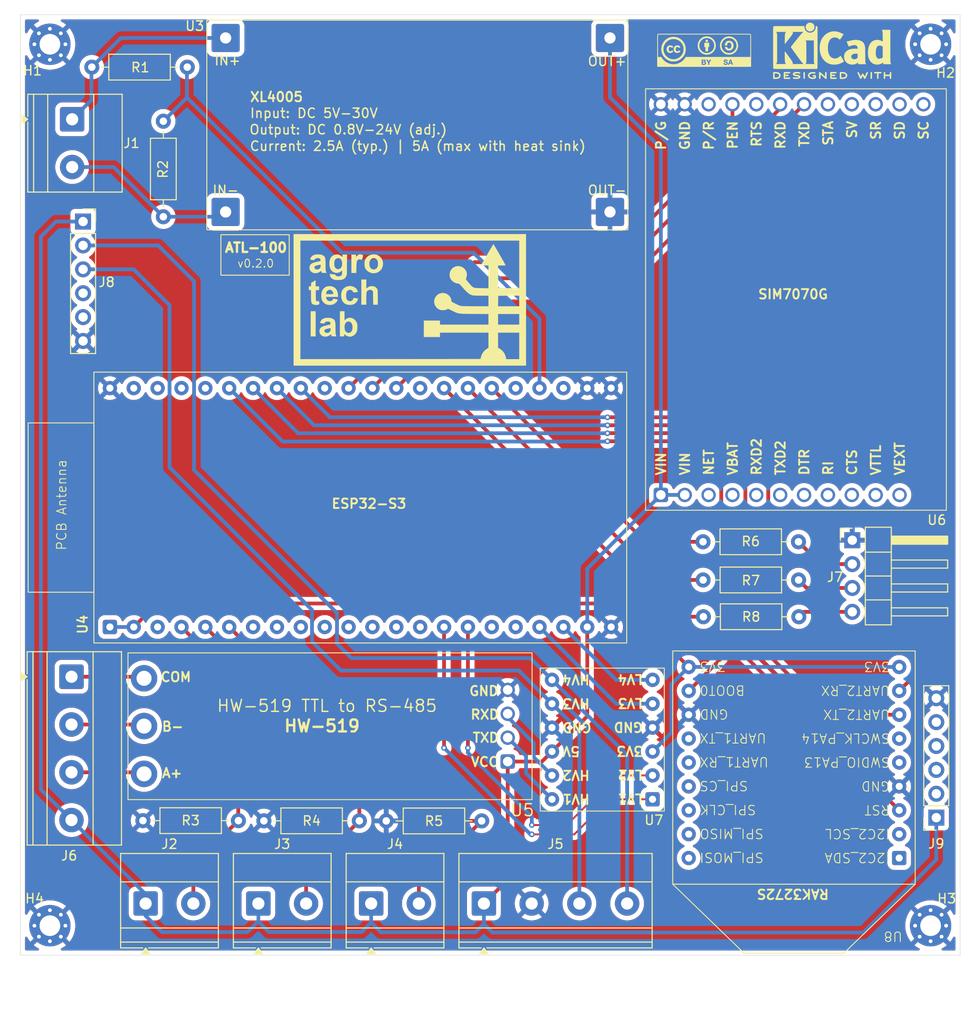
<source format=kicad_pcb>
(kicad_pcb (version 20241229) (generator "pcbnew") (generator_version "9.0")
  (title_block (title "ATL-100 (Multiparametric Station)") (date "2025-06-05") (rev "v0.2.0") (company "AgroTechLab (Agribusiness Technology Development Laboratory)") (comment 1 "IFSC (Federal Institute of Santa Catarina)") (comment 2 "Author: Robson Costa (robson.costa@ifsc.edu.br)") (comment 3 "Licensed under CC-BY-SA 4.0") (comment 4 "Main Board"))
  (layers (0 "F.Cu" signal) (2 "B.Cu" signal) (13 "F.Paste" user) (15 "B.Paste" user) (5 "F.SilkS" user "F.Silkscreen") (7 "B.SilkS" user "B.Silkscreen") (1 "F.Mask" user) (3 "B.Mask" user) (25 "Edge.Cuts" user))
  (net 0 "")
  (net 1 "GND")
  (net 2 "I2C_SDA_5V")
  (net 3 "I2C_SCL_5V")
  (net 4 "Net-(J7-Pin_3)")
  (net 5 "PWR_IN-")
  (net 6 "PWR_IN+")
  (net 7 "WS-")
  (net 8 "+5V")
  (net 9 "AN-")
  (net 10 "Net-(J7-Pin_2)")
  (net 11 "+3V3")
  (net 12 "PL-")
  (net 13 "LED_RED")
  (net 14 "LED_GREEN")
  (net 15 "LED_BLUE")
  (net 16 "PWR_SENSOR")
  (net 23 "LTE_PEN")
  (net 25 "LORA_TX")
  (net 26 "LTE_TX")
  (net 31 "RS485_A+")
  (net 32 "RS485_B-")
  (net 33 "RS485_COM")
  (net 34 "MCU_TXD0_3V3")
  (net 35 "I2C_SCL_3V3")
  (net 36 "LORA_BOOT0")
  (net 37 "LORA_RST")
  (net 38 "LORA_RX")
  (net 41 "LTE_RX")
  (net 43 "I2C_SDA_3V3")
  (net 44 "MCU_RXD0_3V3")
  (net 61 "RS485_TX")
  (net 63 "RS485_RX")
  (net 74 "Net-(J7-Pin_4)")
  (footprint "AgroTechLab:Logical Level Converter" (layer "F.Cu") (at 158.47 124.24 180)
    (property "Reference" "U7")
    (property "Value" "Logical Level Converter")
  )
  (footprint "Connector_PinSocket_2.54mm:PinSocket_1x06_P2.54mm_Vertical" (layer "F.Cu") (at 188.665 126.195 180)
    (property "Reference" "J9")
    (property "Value" "Conn_01x06_Socket")
  )
  (footprint "MountingHole:MountingHole_2.2mm_M2_Pad_Via" (layer "F.Cu") (at 94.34 43.96)
    (property "Reference" "H1")
    (property "Value" "MountingHole_Pad")
  )
  (footprint "AgroTechLab:SIM7070G" (layer "F.Cu") (at 159.3536 91.8772 90)
    (property "Reference" "U6")
    (property "Value" "SIM7070G")
  )
  (footprint "AgroTechLab:XL4005" (layer "F.Cu") (at 113.04 43.2875)
    (property "Reference" "U3")
    (property "Value" "XL4005")
  )
  (footprint "TerminalBlock_Phoenix:TerminalBlock_Phoenix_MKDS-1,5-2-5.08_1x02_P5.08mm_Horizontal" (layer "F.Cu") (at 96.7075 51.935 -90)
    (property "Reference" "J1")
    (property "Value" "Screw_Terminal_01x02")
  )
  (footprint "AgroTechLab:ESP32-S3 N16R8" (layer "F.Cu") (at 100.722 105.92 90)
    (property "Reference" "U4")
    (property "Value" "ESP32-S3")
  )
  (footprint "TerminalBlock_Phoenix:TerminalBlock_Phoenix_MKDS-1,5-4-5.08_1x04_P5.08mm_Horizontal" (layer "F.Cu") (at 140.525 135.3225)
    (property "Reference" "J5")
    (property "Value" "Screw_Terminal_01x04")
  )
  (footprint "MountingHole:MountingHole_2.2mm_M2_Pad_Via" (layer "F.Cu") (at 188.06 137.68)
    (property "Reference" "H3")
    (property "Value" "MountingHole_Pad")
  )
  (footprint "Resistor_THT:R_Axial_DIN0207_L6.3mm_D2.5mm_P10.16mm_Horizontal" (layer "F.Cu") (at 106.41 52.14 -90)
    (property "Reference" "R2")
    (property "Value" "1k")
  )
  (footprint "AgroTechLab:HW-519" (layer "F.Cu") (at 143.0586 120.2264 180)
    (property "Reference" "U5")
    (property "Value" "HW-519")
  )
  (footprint "AgroTechLab:RAK3272S" (layer "F.Cu") (at 184.6925 130.4875 180)
    (property "Reference" "U8")
    (property "Value" "RAK3272S")
  )
  (footprint "TerminalBlock_Phoenix:TerminalBlock_Phoenix_MKDS-1,5-4-5.08_1x04_P5.08mm_Horizontal" (layer "F.Cu") (at 96.6375 111.21 -90)
    (property "Reference" "J6")
    (property "Value" "Screw_Terminal_01x04")
  )
  (footprint "TerminalBlock_Phoenix:TerminalBlock_Phoenix_MKDS-1,5-2-5.08_1x02_P5.08mm_Horizontal" (layer "F.Cu") (at 104.525 135.3225)
    (property "Reference" "J2")
    (property "Value" "Screw_Terminal_01x02")
  )
  (footprint "TerminalBlock_Phoenix:TerminalBlock_Phoenix_MKDS-1,5-2-5.08_1x02_P5.08mm_Horizontal" (layer "F.Cu") (at 128.525 135.3225)
    (property "Reference" "J4")
    (property "Value" "Screw_Terminal_01x02")
  )
  (footprint "Resistor_THT:R_Axial_DIN0207_L6.3mm_D2.5mm_P10.16mm_Horizontal" (layer "F.Cu") (at 174.01 100.92 180)
    (property "Reference" "R7")
    (property "Value" "42R")
  )
  (footprint "Resistor_THT:R_Axial_DIN0207_L6.3mm_D2.5mm_P10.16mm_Horizontal" (layer "F.Cu") (at 104.24 126.51)
    (property "Reference" "R3")
    (property "Value" "4.7k")
  )
  (footprint "Resistor_THT:R_Axial_DIN0207_L6.3mm_D2.5mm_P10.16mm_Horizontal" (layer "F.Cu") (at 108.96 46.39 180)
    (property "Reference" "R1")
    (property "Value" "8k")
  )
  (footprint "AgroTechLab:Logo CC-BY-SA" (layer "F.Cu") (at 163.96 44.6)
    (property "Reference" "cc_by_sa_logo" (hide yes))
    (property "Value" "Logo CC-BY-SA" (hide yes))
  )
  (footprint "Connector_PinSocket_2.54mm:PinSocket_1x06_P2.54mm_Vertical" (layer "F.Cu") (at 97.87 62.81)
    (property "Reference" "J8")
    (property "Value" "Conn_01x06_Socket")
  )
  (footprint "Resistor_THT:R_Axial_DIN0207_L6.3mm_D2.5mm_P10.16mm_Horizontal" (layer "F.Cu") (at 117.11 126.53)
    (property "Reference" "R4")
    (property "Value" "10k")
  )
  (footprint "AgroTechLab:Logo AgroTechLab" (layer "F.Cu") (at 132.64 71.17)
    (property "Reference" "agrotechlab_logo" (hide yes))
    (property "Value" "Logo AgroTechLab" (hide yes))
  )
  (footprint "Resistor_THT:R_Axial_DIN0207_L6.3mm_D2.5mm_P10.16mm_Horizontal" (layer "F.Cu") (at 174 96.86 180)
    (property "Reference" "R6")
    (property "Value" "17R")
  )
  (footprint "Resistor_THT:R_Axial_DIN0207_L6.3mm_D2.5mm_P10.16mm_Horizontal" (layer "F.Cu") (at 140.29 126.54 180)
    (property "Reference" "R5")
    (property "Value" "10k")
  )
  (footprint "Symbol:KiCad-Logo2_5mm_SilkScreen" (layer "F.Cu") (at 177.58 44.64)
    (property "Reference" "kicad_logo" (hide yes))
    (property "Value" "KiCad-Logo2_5mm_SilkScreen" (hide yes))
  )
  (footprint "MountingHole:MountingHole_2.2mm_M2_Pad_Via" (layer "F.Cu") (at 188.06 43.96)
    (property "Reference" "H2")
    (property "Value" "MountingHole_Pad")
  )
  (footprint "Connector_PinHeader_2.54mm:PinHeader_1x04_P2.54mm_Horizontal" (layer "F.Cu") (at 179.725 96.69)
    (property "Reference" "J7")
    (property "Value" "Conn_01x04_Pin")
  )
  (footprint "MountingHole:MountingHole_2.2mm_M2_Pad_Via" (layer "F.Cu") (at 94.34 137.68)
    (property "Reference" "H4")
    (property "Value" "MountingHole_Pad")
  )
  (footprint "TerminalBlock_Phoenix:TerminalBlock_Phoenix_MKDS-1,5-2-5.08_1x02_P5.08mm_Horizontal" (layer "F.Cu") (at 116.525 135.3225)
    (property "Reference" "J3")
    (property "Value" "Screw_Terminal_01x02")
  )
  (footprint "Resistor_THT:R_Axial_DIN0207_L6.3mm_D2.5mm_P10.16mm_Horizontal" (layer "F.Cu") (at 174.04 104.83 180)
    (property "Reference" "R8")
    (property "Value" "67R")
  )
  (gr_rect (start 112.535 64.21) (end 119.805 68.51) (stroke (width 0.1)) (fill no) (layer "F.SilkS"))
  (gr_rect (start 91.2 40.82) (end 191.2 140.82) (stroke (width 0.05)) (fill no) (layer "Edge.Cuts"))
  (gr_text "v0.2.0" (at 114.23 67.77 0) (layer "F.SilkS") (effects (font (size 0.85 0.85) (thickness 0.1)) (justify left bottom)))
  (gr_text "ATL-100" (at 112.845 66.17 0) (layer "F.SilkS") (effects (font (size 1 1) (thickness 0.25) (bold yes)) (justify left bottom)))
  (segment (start 103.26 67.89) (end 97.87 67.89) (width 0.4) (layer "B.Cu") (net 2))
  (segment (start 122.23 104.104439) (end 107.07 88.944439) (width 0.4) (layer "B.Cu") (net 2))
  (segment (start 125.31 110.55) (end 122.23 107.47) (width 0.4) (layer "B.Cu") (net 2))
  (segment (start 150.685 116.995) (end 150.685 135.3225) (width 0.4) (layer "B.Cu") (net 2))
  (segment (start 107.07 88.944439) (end 107.07 71.7) (width 0.4) (layer "B.Cu") (net 2))
  (segment (start 144.24 110.55) (end 125.31 110.55) (width 0.4) (layer "B.Cu") (net 2))
  (segment (start 107.07 71.7) (end 103.26 67.89) (width 0.4) (layer "B.Cu") (net 2))
  (segment (start 147.77 114.08) (end 150.685 116.995) (width 0.4) (layer "B.Cu") (net 2))
  (segment (start 147.77 114.08) (end 144.24 110.55) (width 0.4) (layer "B.Cu") (net 2))
  (segment (start 122.23 107.47) (end 122.23 104.104439) (width 0.4) (layer "B.Cu") (net 2))
  (segment (start 124.89 104.44) (end 109.68 89.23) (width 0.4) (layer "B.Cu") (net 3))
  (segment (start 155.765 119.535) (end 155.765 135.3225) (width 0.4) (layer "B.Cu") (net 3))
  (segment (start 105.86 65.35) (end 97.87 65.35) (width 0.4) (layer "B.Cu") (net 3))
  (segment (start 109.68 89.23) (end 109.68 69.17) (width 0.4) (layer "B.Cu") (net 3))
  (segment (start 147.77 111.54) (end 155.765 119.535) (width 0.4) (layer "B.Cu") (net 3))
  (segment (start 145.46 109.23) (end 126.43 109.23) (width 0.4) (layer "B.Cu") (net 3))
  (segment (start 124.89 107.69) (end 124.89 104.44) (width 0.4) (layer "B.Cu") (net 3))
  (segment (start 126.43 109.23) (end 124.89 107.69) (width 0.4) (layer "B.Cu") (net 3))
  (segment (start 147.77 111.54) (end 145.46 109.23) (width 0.4) (layer "B.Cu") (net 3))
  (segment (start 109.68 69.17) (end 105.86 65.35) (width 0.4) (layer "B.Cu") (net 3))
  (segment (start 179.725 101.77) (end 174.86 101.77) (width 0.4) (layer "F.Cu") (net 4))
  (segment (start 174.86 101.77) (end 174.01 100.92) (width 0.4) (layer "F.Cu") (net 4))
  (segment (start 105.8592 62.3) (end 106.41 62.3) (width 0.2) (layer "F.Cu") (net 5))
  (segment (start 112.5275 62.3) (end 113.04 61.7875) (width 0.2) (layer "F.Cu") (net 5))
  (segment (start 96.7075 57.015) (end 101.125 57.015) (width 0.4) (layer "B.Cu") (net 5))
  (segment (start 101.125 57.015) (end 106.41 62.3) (width 0.4) (layer "B.Cu") (net 5))
  (segment (start 106.41 62.3) (end 112.5275 62.3) (width 0.4) (layer "B.Cu") (net 5))
  (segment (start 98.76 46.43) (end 98.76 49.8825) (width 0.4) (layer "B.Cu") (net 6))
  (segment (start 98.76 49.8825) (end 96.7075 51.935) (width 0.4) (layer "B.Cu") (net 6))
  (segment (start 98.8 46.39) (end 98.76 46.43) (width 0.4) (layer "B.Cu") (net 6))
  (segment (start 101.9025 43.2875) (end 98.8 46.39) (width 0.4) (layer "B.Cu") (net 6))
  (segment (start 113.04 43.2875) (end 101.9025 43.2875) (width 0.4) (layer "B.Cu") (net 6))
  (segment (start 114.4 126.51) (end 114.38 126.51) (width 0.2) (layer "F.Cu") (net 7))
  (segment (start 109.605 131.285) (end 109.605 135.3225) (width 0.4) (layer "F.Cu") (net 7))
  (segment (start 108.342 105.92) (end 114.38 111.958) (width 0.4) (layer "F.Cu") (net 7))
  (segment (start 114.38 126.51) (end 109.605 131.285) (width 0.4) (layer "F.Cu") (net 7))
  (segment (start 114.38 111.958) (end 114.38 126.51) (width 0.4) (layer "F.Cu") (net 7))
  (segment (start 143.0586 132.7889) (end 140.525 135.3225) (width 0.4) (layer "F.Cu") (net 8))
  (segment (start 143.0586 120.2264) (end 143.0586 132.7889) (width 0.4) (layer "F.Cu") (net 8))
  (segment (start 147.77 119.16) (end 151.522 115.408) (width 0.4) (layer "F.Cu") (net 8))
  (segment (start 151.522 115.408) (end 151.522 105.92) (width 0.4) (layer "F.Cu") (net 8))
  (segment (start 143.0586 120.2264) (end 146.7036 120.2264) (width 0.4) (layer "F.Cu") (net 8))
  (segment (start 146.7036 120.2264) (end 147.77 119.16) (width 0.4) (layer "F.Cu") (net 8))
  (segment (start 139.64 138.38) (end 129.57 138.38) (width 0.4) (layer "B.Cu") (net 8))
  (segment (start 159.3536 55.0118) (end 159.3536 91.8772) (width 0.4) (layer "B.Cu") (net 8))
  (segment (start 140.525 137.495) (end 139.64 138.38) (width 0.4) (layer "B.Cu") (net 8))
  (segment (start 180.91 138.41) (end 188.665 130.655) (width 0.4) (layer "B.Cu") (net 8))
  (segment (start 104.525 136.625) (end 104.525 135.3225) (width 0.4) (layer "B.Cu") (net 8))
  (segment (start 128.525 137.335) (end 128.525 135.3225) (width 0.4) (layer "B.Cu") (net 8))
  (segment (start 93.38 64.41) (end 94.98 62.81) (width 0.4) (layer "B.Cu") (net 8))
  (segment (start 117.64 138.35) (end 127.51 138.35) (width 0.4) (layer "B.Cu") (net 8))
  (segment (start 127.51 138.35) (end 128.525 137.335) (width 0.4) (layer "B.Cu") (net 8))
  (segment (start 116.525 135.3225) (end 116.525 137.235) (width 0.2) (layer "B.Cu") (net 8))
  (segment (start 141.44 138.41) (end 180.91 138.41) (width 0.4) (layer "B.Cu") (net 8))
  (segment (start 153.94 49.5982) (end 159.3536 55.0118) (width 0.4) (layer "B.Cu") (net 8))
  (segment (start 104.525 134.3375) (end 104.525 135.3225) (width 0.4) (layer "B.Cu") (net 8))
  (segment (start 159.3536 91.8772) (end 161.8936 91.8772) (width 0.4) (layer "B.Cu") (net 8))
  (segment (start 96.6375 126.45) (end 104.525 134.3375) (width 0.4) (layer "B.Cu") (net 8))
  (segment (start 93.38 123.1925) (end 93.38 64.41) (width 0.4) (layer "B.Cu") (net 8))
  (segment (start 116.525 135.3225) (end 116.525 137.195) (width 0.4) (layer "B.Cu") (net 8))
  (segment (start 188.665 130.655) (end 188.665 126.195) (width 0.4) (layer "B.Cu") (net 8))
  (segment (start 106.26 138.36) (end 104.525 136.625) (width 0.4) (layer "B.Cu") (net 8))
  (segment (start 116.525 137.235) (end 117.64 138.35) (width 0.4) (layer "B.Cu") (net 8))
  (segment (start 159.3536 91.8772) (end 151.522 99.7088) (width 0.4) (layer "B.Cu") (net 8))
  (segment (start 116.525 137.195) (end 115.36 138.36) (width 0.4) (layer "B.Cu") (net 8))
  (segment (start 153.94 43.2875) (end 153.94 49.5982) (width 0.4) (layer "B.Cu") (net 8))
  (segment (start 140.525 137.495) (end 141.44 138.41) (width 0.4) (layer "B.Cu") (net 8))
  (segment (start 96.6375 126.45) (end 93.38 123.1925) (width 0.4) (layer "B.Cu") (net 8))
  (segment (start 115.36 138.36) (end 106.39 138.36) (width 0.4) (layer "B.Cu") (net 8))
  (segment (start 129.57 138.38) (end 128.525 137.335) (width 0.4) (layer "B.Cu") (net 8))
  (segment (start 140.525 135.3225) (end 140.525 137.495) (width 0.4) (layer "B.Cu") (net 8))
  (segment (start 151.522 99.7088) (end 151.522 105.92) (width 0.4) (layer "B.Cu") (net 8))
  (segment (start 94.98 62.81) (end 97.87 62.81) (width 0.4) (layer "B.Cu") (net 8))
  (segment (start 106.39 138.36) (end 106.26 138.36) (width 0.4) (layer "B.Cu") (net 8))
  (segment (start 127.27 122.308) (end 127.27 126.53) (width 0.4) (layer "F.Cu") (net 9))
  (segment (start 121.605 132.195) (end 121.605 135.3225) (width 0.4) (layer "F.Cu") (net 9))
  (segment (start 127.27 126.53) (end 121.605 132.195) (width 0.4) (layer "F.Cu") (net 9))
  (segment (start 110.882 105.92) (end 127.27 122.308) (width 0.4) (layer "F.Cu") (net 9))
  (segment (start 174 96.86) (end 176.37 99.23) (width 0.4) (layer "F.Cu") (net 10))
  (segment (start 176.37 99.23) (end 179.725 99.23) (width 0.4) (layer "F.Cu") (net 10))
  (segment (start 156.31 104.16) (end 156.34 104.19) (width 0.2) (layer "F.Cu") (net 11))
  (segment (start 105.762 103.42) (end 155.57 103.42) (width 0.4) (layer "F.Cu") (net 11))
  (segment (start 102.8966 105.92) (end 102.8553 105.92) (width 0.2) (layer "F.Cu") (net 11))
  (segment (start 103.262 105.92) (end 102.8966 105.92) (width 0.2) (layer "F.Cu") (net 11))
  (segment (start 155.57 103.42) (end 156.31 104.16) (width 0.4) (layer "F.Cu") (net 11))
  (segment (start 156.34 104.19) (end 162.3175 110.1675) (width 0.4) (layer "F.Cu") (net 11))
  (segment (start 103.262 105.92) (end 105.762 103.42) (width 0.4) (layer "F.Cu") (net 11))
  (segment (start 160.47 117.16) (end 160.47 112.015) (width 0.4) (layer "B.Cu") (net 11))
  (segment (start 158.47 119.16) (end 160.47 117.16) (width 0.4) (layer "B.Cu") (net 11))
  (segment (start 162.3175 110.1675) (end 184.7175 110.1675) (width 0.4) (layer "B.Cu") (net 11))
  (segment (start 160.47 112.015) (end 162.3175 110.1675) (width 0.4) (layer "B.Cu") (net 11))
  (segment (start 100.722 105.92) (end 103.262 105.92) (width 0.4) (layer "B.Cu") (net 11))
  (segment (start 133.605 135.3225) (end 133.605 133.215) (width 0.4) (layer "F.Cu") (net 12))
  (segment (start 113.422 105.92) (end 134.042 126.54) (width 0.4) (layer "F.Cu") (net 12))
  (segment (start 134.042 126.54) (end 140.29 126.54) (width 0.4) (layer "F.Cu") (net 12))
  (segment (start 133.605 133.215) (end 140.28 126.54) (width 0.4) (layer "F.Cu") (net 12))
  (segment (start 160.592 104.83) (end 163.88 104.83) (width 0.4) (layer "F.Cu") (net 13))
  (segment (start 136.282 80.52) (end 160.592 104.83) (width 0.4) (layer "F.Cu") (net 13))
  (segment (start 159.222 100.92) (end 163.85 100.92) (width 0.4) (layer "F.Cu") (net 14))
  (segment (start 138.822 80.52) (end 159.222 100.92) (width 0.4) (layer "F.Cu") (net 14))
  (segment (start 157.702 96.86) (end 163.84 96.86) (width 0.4) (layer "F.Cu") (net 15))
  (segment (start 141.362 80.52) (end 157.702 96.86) (width 0.4) (layer "F.Cu") (net 15))
  (segment (start 146.442 73.142) (end 146.442 80.52) (width 0.4) (layer "B.Cu") (net 16))
  (segment (start 139.43 66.13) (end 146.442 73.142) (width 0.4) (layer "B.Cu") (net 16))
  (segment (start 106.41 52.14) (end 108.92 49.63) (width 0.4) (layer "B.Cu") (net 16))
  (segment (start 108.92 49.63) (end 108.92 46.43) (width 0.4) (layer "B.Cu") (net 16))
  (segment (start 108.92 49.63) (end 125.42 66.13) (width 0.4) (layer "B.Cu") (net 16))
  (segment (start 108.92 46.43) (end 108.96 46.39) (width 0.4) (layer "B.Cu") (net 16))
  (segment (start 125.42 66.13) (end 139.43 66.13) (width 0.4) (layer "B.Cu") (net 16))
  (segment (start 153.7 67.13) (end 139.512 67.13) (width 0.4) (layer "F.Cu") (net 23))
  (segment (start 139.512 67.13) (end 126.122 80.52) (width 0.4) (layer "F.Cu") (net 23))
  (segment (start 166.9736 50.3372) (end 166.9736 53.8564) (width 0.4) (layer "F.Cu") (net 23))
  (segment (start 166.9736 53.8564) (end 153.7 67.13) (width 0.4) (layer "F.Cu") (net 23))
  (segment (start 170.78 108.83) (end 177.1975 115.2475) (width 0.4) (layer "F.Cu") (net 25))
  (segment (start 170.78 88.83) (end 170.78 108.83) (width 0.4) (layer "F.Cu") (net 25))
  (segment (start 166.42 84.47) (end 170.78 88.83) (width 0.4) (layer "F.Cu") (net 25))
  (segment (start 177.1975 115.2475) (end 184.7175 115.2475) (width 0.4) (layer "F.Cu") (net 25))
  (segment (start 153.67 84.47) (end 166.42 84.47) (width 0.4) (layer "F.Cu") (net 25))
  (via (at 153.67 84.47) (size 0.6) (drill 0.3) (layers "F.Cu" "B.Cu") (net 25))
  (segment (start 118.502 80.52) (end 122.452 84.47) (width 0.4) (layer "B.Cu") (net 25))
  (segment (start 122.452 84.47) (end 153.67 84.47) (width 0.4) (layer "B.Cu") (net 25))
  (segment (start 153.67 84.47) (end 153.66 84.47) (width 0.2) (layer "B.Cu") (net 25))
  (segment (start 153.66 84.47) (end 153.61 84.42) (width 0.2) (layer "B.Cu") (net 25))
  (segment (start 174.5936 50.3372) (end 174.5928 50.3372) (width 0.2) (layer "F.Cu") (net 26))
  (segment (start 141.322 70.4) (end 131.202 80.52) (width 0.4) (layer "F.Cu") (net 26))
  (segment (start 154.53 70.4) (end 141.322 70.4) (width 0.4) (layer "F.Cu") (net 26))
  (segment (start 174.5928 50.3372) (end 154.53 70.4) (width 0.4) (layer "F.Cu") (net 26))
  (segment (start 96.6375 121.37) (end 104.1922 121.37) (width 0.4) (layer "F.Cu") (net 31))
  (segment (start 104.1922 121.37) (end 104.3586 121.5364) (width 0.2) (layer "F.Cu") (net 31))
  (segment (start 96.6375 116.29) (end 104.1922 116.29) (width 0.4) (layer "F.Cu") (net 32))
  (segment (start 104.1922 116.29) (end 104.3586 116.4564) (width 0.2) (layer "F.Cu") (net 32))
  (segment (start 104.1922 111.21) (end 104.3586 111.3764) (width 0.2) (layer "F.Cu") (net 33))
  (segment (start 96.6375 111.21) (end 104.1922 111.21) (width 0.4) (layer "F.Cu") (net 33))
  (segment (start 96.6375 111.21) (end 96.6775 111.25) (width 0.2) (layer "F.Cu") (net 33))
  (segment (start 153.87 124.24) (end 150.14 127.97) (width 0.2) (layer "F.Cu") (net 34))
  (segment (start 150.14 127.97) (end 145.62 127.97) (width 0.2) (layer "F.Cu") (net 34))
  (segment (start 136.28 118.77) (end 136.282 118.768) (width 0.2) (layer "F.Cu") (net 34))
  (segment (start 158.47 124.24) (end 153.87 124.24) (width 0.2) (layer "F.Cu") (net 34))
  (segment (start 136.282 105.92) (end 136.282 118.768) (width 0.4) (layer "F.Cu") (net 34))
  (via (at 136.28 118.77) (size 0.6) (drill 0.3) (layers "F.Cu" "B.Cu") (net 34))
  (via (at 145.62 127.97) (size 0.6) (drill 0.3) (layers "F.Cu" "B.Cu") (net 34))
  (segment (start 136.28 118.77) (end 145.48 127.97) (width 0.4) (layer "B.Cu") (net 34))
  (segment (start 145.48 127.97) (end 145.62 127.97) (width 0.2) (layer "B.Cu") (net 34))
  (segment (start 148.982 105.92) (end 154.602 111.54) (width 0.4) (layer "B.Cu") (net 35))
  (segment (start 154.602 111.54) (end 158.47 111.54) (width 0.4) (layer "B.Cu") (net 35))
  (segment (start 165.78 109.245) (end 162.3175 112.7075) (width 0.4) (layer "F.Cu") (net 36))
  (segment (start 153.67 86.17) (end 161.77 86.17) (width 0.4) (layer "F.Cu") (net 36))
  (segment (start 165.78 90.18) (end 165.78 109.245) (width 0.4) (layer "F.Cu") (net 36))
  (segment (start 161.77 86.17) (end 165.78 90.18) (width 0.4) (layer "F.Cu") (net 36))
  (via (at 153.67 86.17) (size 0.6) (drill 0.3) (layers "F.Cu" "B.Cu") (net 36))
  (segment (start 119.102 86.2) (end 153.64 86.2) (width 0.4) (layer "B.Cu") (net 36))
  (segment (start 153.64 86.2) (end 153.67 86.17) (width 0.4) (layer "B.Cu") (net 36))
  (segment (start 113.422 80.52) (end 119.102 86.2) (width 0.4) (layer "B.Cu") (net 36))
  (segment (start 153.68 85.31) (end 165.1 85.31) (width 0.4) (layer "F.Cu") (net 37))
  (segment (start 165.1 85.31) (end 168.35 88.56) (width 0.4) (layer "F.Cu") (net 37))
  (segment (start 168.35 88.56) (end 168.35 109.04) (width 0.4) (layer "F.Cu") (net 37))
  (segment (start 153.67 85.32) (end 153.68 85.31) (width 0.2) (layer "F.Cu") (net 37))
  (segment (start 168.35 109.04) (end 184.7175 125.4075) (width 0.4) (layer "F.Cu") (net 37))
  (via (at 153.67 85.32) (size 0.6) (drill 0.3) (layers "F.Cu" "B.Cu") (net 37))
  (segment (start 153.67 85.25) (end 153.72 85.2) (width 0.2) (layer "B.Cu") (net 37))
  (segment (start 115.962 80.52) (end 120.762 85.32) (width 0.4) (layer "B.Cu") (net 37))
  (segment (start 120.762 85.32) (end 153.67 85.32) (width 0.4) (layer "B.Cu") (net 37))
  (segment (start 153.67 85.32) (end 153.67 85.25) (width 0.2) (layer "B.Cu") (net 37))
  (segment (start 187.02 110.405) (end 184.7175 112.7075) (width 0.4) (layer "F.Cu") (net 38))
  (segment (start 153.67 83.62) (end 179.9 83.62) (width 0.4) (layer "F.Cu") (net 38))
  (segment (start 187.02 90.74) (end 187.02 110.405) (width 0.4) (layer "F.Cu") (net 38))
  (segment (start 179.9 83.62) (end 187.02 90.74) (width 0.4) (layer "F.Cu") (net 38))
  (via (at 153.67 83.62) (size 0.6) (drill 0.3) (layers "F.Cu" "B.Cu") (net 38))
  (segment (start 121.042 80.52) (end 124.142 83.62) (width 0.4) (layer "B.Cu") (net 38))
  (segment (start 124.142 83.62) (end 153.67 83.62) (width 0.4) (layer "B.Cu") (net 38))
  (segment (start 172.0536 50.7764) (end 153.99 68.84) (width 0.4) (layer "F.Cu") (net 41))
  (segment (start 140.342 68.84) (end 128.662 80.52) (width 0.4) (layer "F.Cu") (net 41))
  (segment (start 172.0536 50.3372) (end 172.0536 50.7764) (width 0.2) (layer "F.Cu") (net 41))
  (segment (start 153.99 68.84) (end 140.342 68.84) (width 0.4) (layer "F.Cu") (net 41))
  (segment (start 146.442 105.92) (end 154.602 114.08) (width 0.4) (layer "B.Cu") (net 43))
  (segment (start 154.602 114.08) (end 158.47 114.08) (width 0.4) (layer "B.Cu") (net 43))
  (segment (start 138.822 105.92) (end 138.822 118.742) (width 0.4) (layer "F.Cu") (net 44))
  (segment (start 145.63 126.98) (end 145.62 126.97) (width 0.2) (layer "F.Cu") (net 44))
  (segment (start 158.47 121.7) (end 154.62 121.7) (width 0.2) (layer "F.Cu") (net 44))
  (segment (start 149.34 126.98) (end 145.63 126.98) (width 0.2) (layer "F.Cu") (net 44))
  (segment (start 138.822 118.742) (end 138.83 118.75) (width 0.2) (layer "F.Cu") (net 44))
  (segment (start 154.62 121.7) (end 149.34 126.98) (width 0.2) (layer "F.Cu") (net 44))
  (via (at 138.82 118.77) (size 0.6) (drill 0.3) (layers "F.Cu" "B.Cu") (net 44))
  (via (at 145.62 126.97) (size 0.6) (drill 0.3) (layers "F.Cu" "B.Cu") (net 44))
  (segment (start 145.62 126.09) (end 145.62 126.97) (width 0.4) (layer "B.Cu") (net 44))
  (segment (start 138.82 118.77) (end 138.82 119.29) (width 0.4) (layer "B.Cu") (net 44))
  (segment (start 138.82 119.29) (end 145.62 126.09) (width 0.4) (layer "B.Cu") (net 44))
  (segment (start 145.01 121.48) (end 147.77 124.24) (width 0.4) (layer "B.Cu") (net 61))
  (segment (start 145.01 119.6378) (end 145.01 121.48) (width 0.4) (layer "B.Cu") (net 61))
  (segment (start 143.0586 117.6864) (end 145.01 119.6378) (width 0.4) (layer "B.Cu") (net 61))
  (segment (start 145.83 119.76) (end 147.77 121.7) (width 0.4) (layer "B.Cu") (net 63))
  (segment (start 143.0586 115.4986) (end 145.83 118.27) (width 0.4) (layer "B.Cu") (net 63))
  (segment (start 143.0586 115.1464) (end 143.0586 115.4986) (width 0.2) (layer "B.Cu") (net 63))
  (segment (start 145.83 118.27) (end 145.83 119.76) (width 0.4) (layer "B.Cu") (net 63))
  (segment (start 179.725 104.31) (end 174.56 104.31) (width 0.4) (layer "F.Cu") (net 74))
  (segment (start 174.56 104.31) (end 174.04 104.83) (width 0.2) (layer "F.Cu") (net 74))
  (zone (net 1) (net_name "GND") (layer "F.Cu") (connect_pads (clearance 0.5)) (min_thickness 0.25) (fill yes (thermal_gap 0.5) (thermal_bridge_width 0.5))
    (polygon (pts (xy 91.26 40.88) (xy 191.14 40.88) (xy 191.14 140.76) (xy 91.26 140.76)))
  )
  (zone (net 1) (net_name "GND") (layer "B.Cu") (priority 1) (connect_pads (clearance 0.5)) (min_thickness 0.25) (fill yes (thermal_gap 0.5) (thermal_bridge_width 0.5))
    (polygon (pts (xy 91.26 40.88) (xy 191.14 40.88) (xy 191.14 140.76) (xy 91.26 140.76)))
  )
)
</source>
